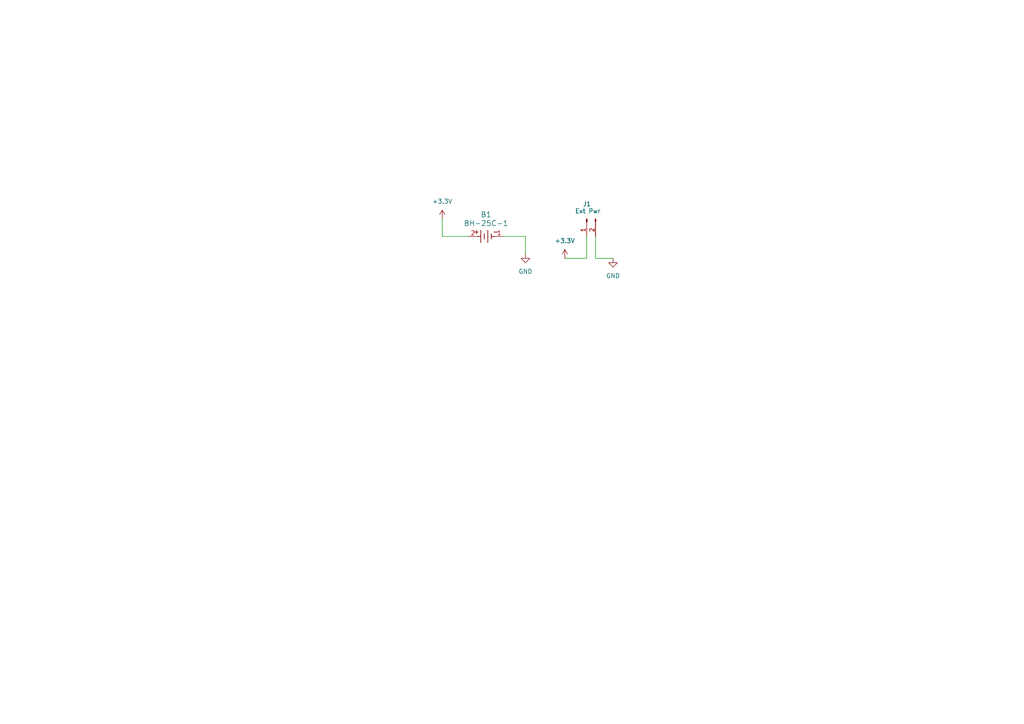
<source format=kicad_sch>
(kicad_sch
	(version 20231120)
	(generator "eeschema")
	(generator_version "8.0")
	(uuid "54e5d21c-25e3-42dc-8a08-07973839fdc4")
	(paper "A4")
	(lib_symbols
		(symbol "Connector:Conn_01x02_Pin"
			(pin_names
				(offset 1.016) hide)
			(exclude_from_sim no)
			(in_bom yes)
			(on_board yes)
			(property "Reference" "J3"
				(at -4.318 -1.27 90)
				(effects
					(font
						(size 1.27 1.27)
					)
					(justify left)
				)
			)
			(property "Value" "Ext Pwr"
				(at -2.286 -4.064 90)
				(effects
					(font
						(size 1.27 1.27)
					)
					(justify left)
				)
			)
			(property "Footprint" "Connector_PinHeader_2.54mm:PinHeader_2x02_P2.54mm_Vertical_SMD"
				(at 0 0 0)
				(effects
					(font
						(size 1.27 1.27)
					)
					(hide yes)
				)
			)
			(property "Datasheet" "~"
				(at 0 0 0)
				(effects
					(font
						(size 1.27 1.27)
					)
					(hide yes)
				)
			)
			(property "Description" "Generic connector, single row, 01x02, script generated"
				(at 0 0 0)
				(effects
					(font
						(size 1.27 1.27)
					)
					(hide yes)
				)
			)
			(property "ki_locked" ""
				(at 0 0 0)
				(effects
					(font
						(size 1.27 1.27)
					)
				)
			)
			(property "ki_keywords" "connector"
				(at 0 0 0)
				(effects
					(font
						(size 1.27 1.27)
					)
					(hide yes)
				)
			)
			(property "ki_fp_filters" "Connector*:*_1x??_*"
				(at 0 0 0)
				(effects
					(font
						(size 1.27 1.27)
					)
					(hide yes)
				)
			)
			(symbol "Conn_01x02_Pin_1_1"
				(polyline
					(pts
						(xy 1.27 -2.54) (xy 0.8636 -2.54)
					)
					(stroke
						(width 0.1524)
						(type default)
					)
					(fill
						(type none)
					)
				)
				(polyline
					(pts
						(xy 1.27 0) (xy 0.8636 0)
					)
					(stroke
						(width 0.1524)
						(type default)
					)
					(fill
						(type none)
					)
				)
				(rectangle
					(start 0.8636 -2.413)
					(end 0 -2.667)
					(stroke
						(width 0.1524)
						(type default)
					)
					(fill
						(type outline)
					)
				)
				(rectangle
					(start 0.8636 0.127)
					(end 0 -0.127)
					(stroke
						(width 0.1524)
						(type default)
					)
					(fill
						(type outline)
					)
				)
				(pin power_out line
					(at 5.08 0 180)
					(length 3.81)
					(name "Pin_1"
						(effects
							(font
								(size 1.27 1.27)
							)
						)
					)
					(number "1"
						(effects
							(font
								(size 1.27 1.27)
							)
						)
					)
				)
				(pin power_out line
					(at 5.08 -2.54 180)
					(length 3.81)
					(name "Pin_2"
						(effects
							(font
								(size 1.27 1.27)
							)
						)
					)
					(number "2"
						(effects
							(font
								(size 1.27 1.27)
							)
						)
					)
				)
			)
		)
		(symbol "anichno:BH-25C-1"
			(pin_names
				(offset 0.254)
			)
			(exclude_from_sim no)
			(in_bom yes)
			(on_board yes)
			(property "Reference" "B"
				(at 4.826 3.81 0)
				(effects
					(font
						(size 1.524 1.524)
					)
				)
			)
			(property "Value" "BH-25C-1"
				(at 4.826 -3.81 0)
				(effects
					(font
						(size 1.524 1.524)
					)
				)
			)
			(property "Footprint" "BH-25C-1_ADM"
				(at 4.826 6.096 0)
				(effects
					(font
						(size 1.27 1.27)
						(italic yes)
					)
					(hide yes)
				)
			)
			(property "Datasheet" "BH-25C-1"
				(at 4.826 -6.858 0)
				(effects
					(font
						(size 1.27 1.27)
						(italic yes)
					)
					(hide yes)
				)
			)
			(property "Description" ""
				(at 0 0 0)
				(effects
					(font
						(size 1.27 1.27)
					)
					(hide yes)
				)
			)
			(property "ki_locked" ""
				(at 0 0 0)
				(effects
					(font
						(size 1.27 1.27)
					)
				)
			)
			(property "ki_keywords" "BH-25C-1"
				(at 0 0 0)
				(effects
					(font
						(size 1.27 1.27)
					)
					(hide yes)
				)
			)
			(property "ki_fp_filters" "BH-25C-1_ADM"
				(at 0 0 0)
				(effects
					(font
						(size 1.27 1.27)
					)
					(hide yes)
				)
			)
			(symbol "BH-25C-1_0_1"
				(polyline
					(pts
						(xy 1.778 1.27) (xy 2.794 1.27)
					)
					(stroke
						(width 0.2032)
						(type default)
					)
					(fill
						(type none)
					)
				)
				(polyline
					(pts
						(xy 2.286 0.762) (xy 2.286 1.778)
					)
					(stroke
						(width 0.2032)
						(type default)
					)
					(fill
						(type none)
					)
				)
				(polyline
					(pts
						(xy 2.54 0) (xy 3.4798 0)
					)
					(stroke
						(width 0.2032)
						(type default)
					)
					(fill
						(type none)
					)
				)
				(polyline
					(pts
						(xy 3.556 -1.778) (xy 3.556 1.778)
					)
					(stroke
						(width 0.2032)
						(type default)
					)
					(fill
						(type none)
					)
				)
				(polyline
					(pts
						(xy 4.572 0.762) (xy 4.572 -0.762)
					)
					(stroke
						(width 0.2032)
						(type default)
					)
					(fill
						(type none)
					)
				)
				(polyline
					(pts
						(xy 5.588 -1.778) (xy 5.588 1.778)
					)
					(stroke
						(width 0.2032)
						(type default)
					)
					(fill
						(type none)
					)
				)
				(polyline
					(pts
						(xy 6.604 0) (xy 7.62 0)
					)
					(stroke
						(width 0.2032)
						(type default)
					)
					(fill
						(type none)
					)
				)
				(polyline
					(pts
						(xy 6.604 0.762) (xy 6.604 -0.762)
					)
					(stroke
						(width 0.2032)
						(type default)
					)
					(fill
						(type none)
					)
				)
				(polyline
					(pts
						(xy 7.366 1.27) (xy 8.382 1.27)
					)
					(stroke
						(width 0.2032)
						(type default)
					)
					(fill
						(type none)
					)
				)
				(pin unspecified line
					(at 10.16 0 180)
					(length 2.54)
					(name ""
						(effects
							(font
								(size 1.27 1.27)
							)
						)
					)
					(number "1"
						(effects
							(font
								(size 1.27 1.27)
							)
						)
					)
				)
				(pin unspecified line
					(at 0 0 0)
					(length 2.54)
					(name ""
						(effects
							(font
								(size 1.27 1.27)
							)
						)
					)
					(number "2"
						(effects
							(font
								(size 1.27 1.27)
							)
						)
					)
				)
			)
		)
		(symbol "power:+3.3V"
			(power)
			(pin_numbers hide)
			(pin_names
				(offset 0) hide)
			(exclude_from_sim no)
			(in_bom yes)
			(on_board yes)
			(property "Reference" "#PWR"
				(at 0 -3.81 0)
				(effects
					(font
						(size 1.27 1.27)
					)
					(hide yes)
				)
			)
			(property "Value" "+3.3V"
				(at 0 3.556 0)
				(effects
					(font
						(size 1.27 1.27)
					)
				)
			)
			(property "Footprint" ""
				(at 0 0 0)
				(effects
					(font
						(size 1.27 1.27)
					)
					(hide yes)
				)
			)
			(property "Datasheet" ""
				(at 0 0 0)
				(effects
					(font
						(size 1.27 1.27)
					)
					(hide yes)
				)
			)
			(property "Description" "Power symbol creates a global label with name \"+3.3V\""
				(at 0 0 0)
				(effects
					(font
						(size 1.27 1.27)
					)
					(hide yes)
				)
			)
			(property "ki_keywords" "global power"
				(at 0 0 0)
				(effects
					(font
						(size 1.27 1.27)
					)
					(hide yes)
				)
			)
			(symbol "+3.3V_0_1"
				(polyline
					(pts
						(xy -0.762 1.27) (xy 0 2.54)
					)
					(stroke
						(width 0)
						(type default)
					)
					(fill
						(type none)
					)
				)
				(polyline
					(pts
						(xy 0 0) (xy 0 2.54)
					)
					(stroke
						(width 0)
						(type default)
					)
					(fill
						(type none)
					)
				)
				(polyline
					(pts
						(xy 0 2.54) (xy 0.762 1.27)
					)
					(stroke
						(width 0)
						(type default)
					)
					(fill
						(type none)
					)
				)
			)
			(symbol "+3.3V_1_1"
				(pin power_in line
					(at 0 0 90)
					(length 0)
					(name "~"
						(effects
							(font
								(size 1.27 1.27)
							)
						)
					)
					(number "1"
						(effects
							(font
								(size 1.27 1.27)
							)
						)
					)
				)
			)
		)
		(symbol "power:GND"
			(power)
			(pin_numbers hide)
			(pin_names
				(offset 0) hide)
			(exclude_from_sim no)
			(in_bom yes)
			(on_board yes)
			(property "Reference" "#PWR"
				(at 0 -6.35 0)
				(effects
					(font
						(size 1.27 1.27)
					)
					(hide yes)
				)
			)
			(property "Value" "GND"
				(at 0 -3.81 0)
				(effects
					(font
						(size 1.27 1.27)
					)
				)
			)
			(property "Footprint" ""
				(at 0 0 0)
				(effects
					(font
						(size 1.27 1.27)
					)
					(hide yes)
				)
			)
			(property "Datasheet" ""
				(at 0 0 0)
				(effects
					(font
						(size 1.27 1.27)
					)
					(hide yes)
				)
			)
			(property "Description" "Power symbol creates a global label with name \"GND\" , ground"
				(at 0 0 0)
				(effects
					(font
						(size 1.27 1.27)
					)
					(hide yes)
				)
			)
			(property "ki_keywords" "global power"
				(at 0 0 0)
				(effects
					(font
						(size 1.27 1.27)
					)
					(hide yes)
				)
			)
			(symbol "GND_0_1"
				(polyline
					(pts
						(xy 0 0) (xy 0 -1.27) (xy 1.27 -1.27) (xy 0 -2.54) (xy -1.27 -1.27) (xy 0 -1.27)
					)
					(stroke
						(width 0)
						(type default)
					)
					(fill
						(type none)
					)
				)
			)
			(symbol "GND_1_1"
				(pin power_in line
					(at 0 0 270)
					(length 0)
					(name "~"
						(effects
							(font
								(size 1.27 1.27)
							)
						)
					)
					(number "1"
						(effects
							(font
								(size 1.27 1.27)
							)
						)
					)
				)
			)
		)
	)
	(wire
		(pts
			(xy 172.72 68.58) (xy 172.72 74.93)
		)
		(stroke
			(width 0)
			(type default)
		)
		(uuid "050c06ed-bd44-4226-8531-0adc33f6bb08")
	)
	(wire
		(pts
			(xy 128.27 68.58) (xy 135.89 68.58)
		)
		(stroke
			(width 0)
			(type default)
		)
		(uuid "1ac98244-2bab-43fa-8009-57d17228e91c")
	)
	(wire
		(pts
			(xy 172.72 74.93) (xy 177.8 74.93)
		)
		(stroke
			(width 0)
			(type default)
		)
		(uuid "5a8b534c-218f-4c26-8636-135d018e3c80")
	)
	(wire
		(pts
			(xy 170.18 74.93) (xy 170.18 68.58)
		)
		(stroke
			(width 0)
			(type default)
		)
		(uuid "5d7eb1a9-3cbe-404b-885b-cb0a7eb2b922")
	)
	(wire
		(pts
			(xy 152.4 68.58) (xy 152.4 73.66)
		)
		(stroke
			(width 0)
			(type default)
		)
		(uuid "a325965b-b682-452a-9538-625314009226")
	)
	(wire
		(pts
			(xy 163.83 74.93) (xy 170.18 74.93)
		)
		(stroke
			(width 0)
			(type default)
		)
		(uuid "a58d0b9c-406b-4b69-802e-9d66913b83d9")
	)
	(wire
		(pts
			(xy 128.27 63.5) (xy 128.27 68.58)
		)
		(stroke
			(width 0)
			(type default)
		)
		(uuid "cf4e494e-692d-4fa8-826d-2ff33629ee9a")
	)
	(wire
		(pts
			(xy 146.05 68.58) (xy 152.4 68.58)
		)
		(stroke
			(width 0)
			(type default)
		)
		(uuid "f8127792-af54-4416-aa97-cbd4c0621327")
	)
	(symbol
		(lib_id "Connector:Conn_01x02_Pin")
		(at 170.18 63.5 90)
		(mirror x)
		(unit 1)
		(exclude_from_sim no)
		(in_bom yes)
		(on_board yes)
		(dnp no)
		(uuid "24f2eeb6-0c4b-465a-b6c7-f7e52bd19e5e")
		(property "Reference" "J1"
			(at 171.45 59.182 90)
			(effects
				(font
					(size 1.27 1.27)
				)
				(justify left)
			)
		)
		(property "Value" "Ext Pwr"
			(at 174.244 61.214 90)
			(effects
				(font
					(size 1.27 1.27)
				)
				(justify left)
			)
		)
		(property "Footprint" "Connector_PinHeader_2.54mm:PinHeader_2x02_P2.54mm_Vertical_SMD"
			(at 170.18 63.5 0)
			(effects
				(font
					(size 1.27 1.27)
				)
				(hide yes)
			)
		)
		(property "Datasheet" "~"
			(at 170.18 63.5 0)
			(effects
				(font
					(size 1.27 1.27)
				)
				(hide yes)
			)
		)
		(property "Description" "Generic connector, single row, 01x02, script generated"
			(at 170.18 63.5 0)
			(effects
				(font
					(size 1.27 1.27)
				)
				(hide yes)
			)
		)
		(pin "2"
			(uuid "691ca747-bc59-451f-b56c-6a2c4d54dbec")
		)
		(pin "1"
			(uuid "6da40515-1db2-4535-8f85-876de13af66e")
		)
		(instances
			(project "battery_mount"
				(path "/54e5d21c-25e3-42dc-8a08-07973839fdc4"
					(reference "J1")
					(unit 1)
				)
			)
		)
	)
	(symbol
		(lib_id "power:GND")
		(at 177.8 74.93 0)
		(unit 1)
		(exclude_from_sim no)
		(in_bom yes)
		(on_board yes)
		(dnp no)
		(fields_autoplaced yes)
		(uuid "5a828f83-9726-4263-add9-a5ffc22b8a4e")
		(property "Reference" "#PWR04"
			(at 177.8 81.28 0)
			(effects
				(font
					(size 1.27 1.27)
				)
				(hide yes)
			)
		)
		(property "Value" "GND"
			(at 177.8 80.01 0)
			(effects
				(font
					(size 1.27 1.27)
				)
			)
		)
		(property "Footprint" ""
			(at 177.8 74.93 0)
			(effects
				(font
					(size 1.27 1.27)
				)
				(hide yes)
			)
		)
		(property "Datasheet" ""
			(at 177.8 74.93 0)
			(effects
				(font
					(size 1.27 1.27)
				)
				(hide yes)
			)
		)
		(property "Description" "Power symbol creates a global label with name \"GND\" , ground"
			(at 177.8 74.93 0)
			(effects
				(font
					(size 1.27 1.27)
				)
				(hide yes)
			)
		)
		(pin "1"
			(uuid "0cb93b86-09fd-43ba-9f54-1ad9d4c59721")
		)
		(instances
			(project "battery_mount"
				(path "/54e5d21c-25e3-42dc-8a08-07973839fdc4"
					(reference "#PWR04")
					(unit 1)
				)
			)
		)
	)
	(symbol
		(lib_id "power:+3.3V")
		(at 163.83 74.93 0)
		(unit 1)
		(exclude_from_sim no)
		(in_bom yes)
		(on_board yes)
		(dnp no)
		(fields_autoplaced yes)
		(uuid "86ec7a05-07c8-4539-bf58-fd7d7a813e0b")
		(property "Reference" "#PWR03"
			(at 163.83 78.74 0)
			(effects
				(font
					(size 1.27 1.27)
				)
				(hide yes)
			)
		)
		(property "Value" "+3.3V"
			(at 163.83 69.85 0)
			(effects
				(font
					(size 1.27 1.27)
				)
			)
		)
		(property "Footprint" ""
			(at 163.83 74.93 0)
			(effects
				(font
					(size 1.27 1.27)
				)
				(hide yes)
			)
		)
		(property "Datasheet" ""
			(at 163.83 74.93 0)
			(effects
				(font
					(size 1.27 1.27)
				)
				(hide yes)
			)
		)
		(property "Description" "Power symbol creates a global label with name \"+3.3V\""
			(at 163.83 74.93 0)
			(effects
				(font
					(size 1.27 1.27)
				)
				(hide yes)
			)
		)
		(pin "1"
			(uuid "5fd38a0b-f2b8-4b9d-9370-0683c14d825c")
		)
		(instances
			(project "battery_mount"
				(path "/54e5d21c-25e3-42dc-8a08-07973839fdc4"
					(reference "#PWR03")
					(unit 1)
				)
			)
		)
	)
	(symbol
		(lib_id "power:+3.3V")
		(at 128.27 63.5 0)
		(unit 1)
		(exclude_from_sim no)
		(in_bom yes)
		(on_board yes)
		(dnp no)
		(fields_autoplaced yes)
		(uuid "d2bfd108-0ef7-482f-aa1d-6cccb19105d3")
		(property "Reference" "#PWR01"
			(at 128.27 67.31 0)
			(effects
				(font
					(size 1.27 1.27)
				)
				(hide yes)
			)
		)
		(property "Value" "+3.3V"
			(at 128.27 58.42 0)
			(effects
				(font
					(size 1.27 1.27)
				)
			)
		)
		(property "Footprint" ""
			(at 128.27 63.5 0)
			(effects
				(font
					(size 1.27 1.27)
				)
				(hide yes)
			)
		)
		(property "Datasheet" ""
			(at 128.27 63.5 0)
			(effects
				(font
					(size 1.27 1.27)
				)
				(hide yes)
			)
		)
		(property "Description" "Power symbol creates a global label with name \"+3.3V\""
			(at 128.27 63.5 0)
			(effects
				(font
					(size 1.27 1.27)
				)
				(hide yes)
			)
		)
		(pin "1"
			(uuid "43307a3b-f0ee-40cc-8a14-fe62bdb7bbce")
		)
		(instances
			(project "battery_mount"
				(path "/54e5d21c-25e3-42dc-8a08-07973839fdc4"
					(reference "#PWR01")
					(unit 1)
				)
			)
		)
	)
	(symbol
		(lib_id "power:GND")
		(at 152.4 73.66 0)
		(unit 1)
		(exclude_from_sim no)
		(in_bom yes)
		(on_board yes)
		(dnp no)
		(fields_autoplaced yes)
		(uuid "d5625de1-d3b5-46b8-9ff4-9b66e53d5fa3")
		(property "Reference" "#PWR02"
			(at 152.4 80.01 0)
			(effects
				(font
					(size 1.27 1.27)
				)
				(hide yes)
			)
		)
		(property "Value" "GND"
			(at 152.4 78.74 0)
			(effects
				(font
					(size 1.27 1.27)
				)
			)
		)
		(property "Footprint" ""
			(at 152.4 73.66 0)
			(effects
				(font
					(size 1.27 1.27)
				)
				(hide yes)
			)
		)
		(property "Datasheet" ""
			(at 152.4 73.66 0)
			(effects
				(font
					(size 1.27 1.27)
				)
				(hide yes)
			)
		)
		(property "Description" "Power symbol creates a global label with name \"GND\" , ground"
			(at 152.4 73.66 0)
			(effects
				(font
					(size 1.27 1.27)
				)
				(hide yes)
			)
		)
		(pin "1"
			(uuid "3749bfdc-7b6f-4aba-bbfa-c1304e3f0a87")
		)
		(instances
			(project ""
				(path "/54e5d21c-25e3-42dc-8a08-07973839fdc4"
					(reference "#PWR02")
					(unit 1)
				)
			)
		)
	)
	(symbol
		(lib_id "anichno:BH-25C-1")
		(at 135.89 68.58 0)
		(unit 1)
		(exclude_from_sim no)
		(in_bom yes)
		(on_board yes)
		(dnp no)
		(fields_autoplaced yes)
		(uuid "e8fbc0b8-2969-4fc4-a3c6-92291d5aeedd")
		(property "Reference" "B1"
			(at 140.97 62.23 0)
			(effects
				(font
					(size 1.524 1.524)
				)
			)
		)
		(property "Value" "BH-25C-1"
			(at 140.97 64.77 0)
			(effects
				(font
					(size 1.524 1.524)
				)
			)
		)
		(property "Footprint" "anichno:BH-25C-1_ADM"
			(at 140.716 62.484 0)
			(effects
				(font
					(size 1.27 1.27)
					(italic yes)
				)
				(hide yes)
			)
		)
		(property "Datasheet" "BH-25C-1"
			(at 140.716 75.438 0)
			(effects
				(font
					(size 1.27 1.27)
					(italic yes)
				)
				(hide yes)
			)
		)
		(property "Description" ""
			(at 135.89 68.58 0)
			(effects
				(font
					(size 1.27 1.27)
				)
				(hide yes)
			)
		)
		(pin "2"
			(uuid "61ef62f3-9bb8-425b-8998-168cf1f76547")
		)
		(pin "1"
			(uuid "8f84320f-567f-4502-85ee-76e5fff4c865")
		)
		(instances
			(project ""
				(path "/54e5d21c-25e3-42dc-8a08-07973839fdc4"
					(reference "B1")
					(unit 1)
				)
			)
		)
	)
	(sheet_instances
		(path "/"
			(page "1")
		)
	)
)

</source>
